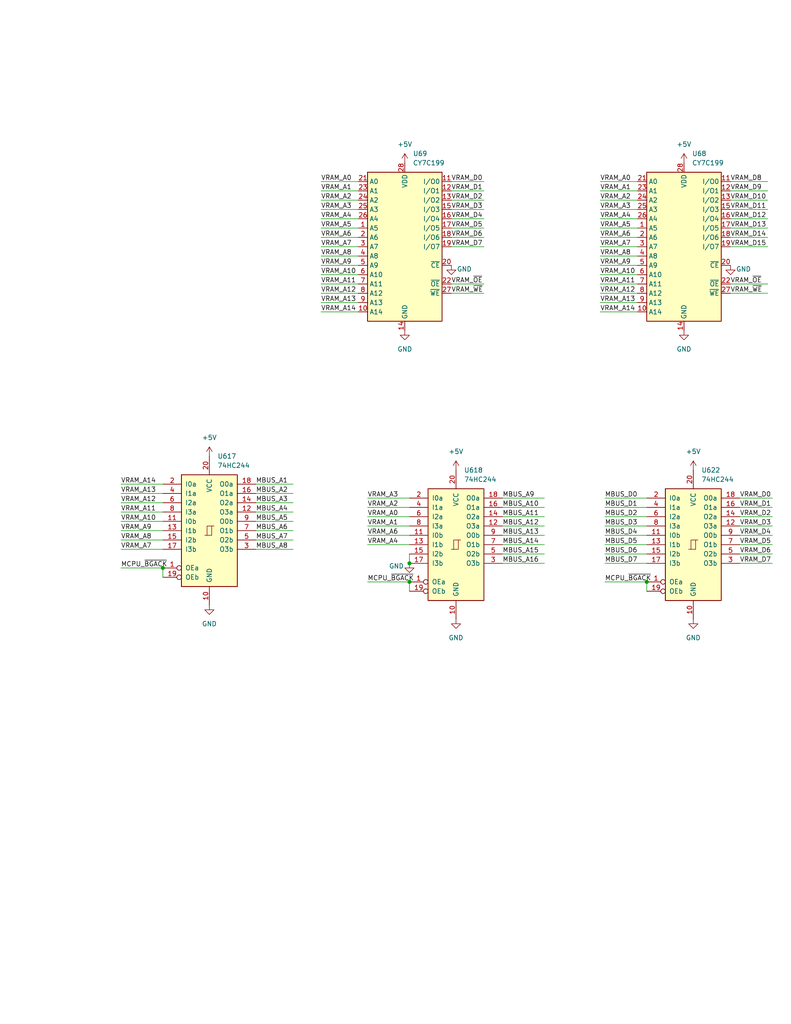
<source format=kicad_sch>
(kicad_sch (version 20231120) (generator "eeschema") (generator_version "8.0")
  (paper "A" portrait)
  (lib_symbols
    (symbol "power:+5V" (power) (pin_numbers hide) (pin_names (offset 0) hide)
      (property "Value" "+5V" (at 0 3.556 0))
      (symbol "+5V_0_1"
        (polyline (pts (xy -0.762 1.27) (xy 0 2.54)))
        (polyline (pts (xy 0 0) (xy 0 2.54)))
        (polyline (pts (xy 0 2.54) (xy 0.762 1.27)))
      )
      (symbol "+5V_1_1"
        (pin power_in line (at 0 0 90) (length 0) (name "~") (number "1"))
      )
    )
    (symbol "power:GND" (power) (pin_numbers hide) (pin_names (offset 0) hide)
      (property "Value" "GND" (at 0 -3.81 0))
      (symbol "GND_0_1"
        (polyline (pts (xy 0 0) (xy 0 -1.27) (xy 1.27 -1.27) (xy 0 -2.54) (xy -1.27 -1.27) (xy 0 -1.27)))
      )
      (symbol "GND_1_1"
        (pin power_in line (at 0 0 270) (length 0) (name "~") (number "1"))
      )
    )
    (symbol "ra9704:74HC244" (pin_names (offset 1.016))
      (property "Reference" "U" (at -7.62 16.51 0))
      (property "Value" "74HC244" (at -7.62 -16.51 0))
      (symbol "74HC244_1_0"
        (polyline (pts (xy -0.635 -1.27) (xy -0.635 1.27) (xy 0.635 1.27)))
        (polyline (pts (xy -1.27 -1.27) (xy 0.635 -1.27) (xy 0.635 1.27) (xy 1.27 1.27)))
        (pin input inverted (at -12.7 -10.16 0) (length 5.08) (name "OEa") (number "1"))
        (pin power_in line (at 0 -20.32 90) (length 5.08) (name "GND") (number "10"))
        (pin input line (at -12.7 2.54 0) (length 5.08) (name "I0b") (number "11"))
        (pin tri_state line (at 12.7 5.08 180) (length 5.08) (name "O3a") (number "12"))
        (pin input line (at -12.7 0 0) (length 5.08) (name "I1b") (number "13"))
        (pin tri_state line (at 12.7 7.62 180) (length 5.08) (name "O2a") (number "14"))
        (pin input line (at -12.7 -2.54 0) (length 5.08) (name "I2b") (number "15"))
        (pin tri_state line (at 12.7 10.16 180) (length 5.08) (name "O1a") (number "16"))
        (pin input line (at -12.7 -5.08 0) (length 5.08) (name "I3b") (number "17"))
        (pin tri_state line (at 12.7 12.7 180) (length 5.08) (name "O0a") (number "18"))
        (pin input inverted (at -12.7 -12.7 0) (length 5.08) (name "OEb") (number "19"))
        (pin input line (at -12.7 12.7 0) (length 5.08) (name "I0a") (number "2"))
        (pin power_in line (at 0 20.32 270) (length 5.08) (name "VCC") (number "20"))
        (pin tri_state line (at 12.7 -5.08 180) (length 5.08) (name "O3b") (number "3"))
        (pin input line (at -12.7 10.16 0) (length 5.08) (name "I1a") (number "4"))
        (pin tri_state line (at 12.7 -2.54 180) (length 5.08) (name "O2b") (number "5"))
        (pin input line (at -12.7 7.62 0) (length 5.08) (name "I2a") (number "6"))
        (pin tri_state line (at 12.7 0 180) (length 5.08) (name "O1b") (number "7"))
        (pin input line (at -12.7 5.08 0) (length 5.08) (name "I3a") (number "8"))
        (pin tri_state line (at 12.7 2.54 180) (length 5.08) (name "O0b") (number "9"))
      )
      (symbol "74HC244_1_1"
        (rectangle (start -7.62 15.24) (end 7.62 -15.24) (stroke (width 0.254)) (fill (type background)))
      )
    )
    (symbol "ra9704:CY7C199"
      (property "Reference" "U" (at -9.144 21.844 0))
      (property "Value" "CY7C199" (at 8.128 21.844 0))
      (symbol "CY7C199_0_0"
        (pin power_in line (at 0 -22.86 90) (length 2.54) (name "GND") (number "14"))
      )
      (symbol "CY7C199_0_1"
        (rectangle (start -10.16 20.32) (end 10.16 -20.32) (stroke (width 0.254)) (fill (type background)))
      )
      (symbol "CY7C199_1_0"
        (pin power_in line (at 0 22.86 270) (length 2.54) (name "VDD") (number "28"))
      )
      (symbol "CY7C199_1_1"
        (pin input line (at -12.7 5.08 0) (length 2.54) (name "A5") (number "1"))
        (pin input line (at -12.7 -17.78 0) (length 2.54) (name "A14") (number "10"))
        (pin tri_state line (at 12.7 17.78 180) (length 2.54) (name "I/O0") (number "11"))
        (pin tri_state line (at 12.7 15.24 180) (length 2.54) (name "I/O1") (number "12"))
        (pin tri_state line (at 12.7 12.7 180) (length 2.54) (name "I/O2") (number "13"))
        (pin tri_state line (at 12.7 10.16 180) (length 2.54) (name "I/O3") (number "15"))
        (pin tri_state line (at 12.7 7.62 180) (length 2.54) (name "I/O4") (number "16"))
        (pin tri_state line (at 12.7 5.08 180) (length 2.54) (name "I/O5") (number "17"))
        (pin tri_state line (at 12.7 2.54 180) (length 2.54) (name "I/O6") (number "18"))
        (pin tri_state line (at 12.7 0 180) (length 2.54) (name "I/O7") (number "19"))
        (pin input line (at -12.7 2.54 0) (length 2.54) (name "A6") (number "2"))
        (pin input line (at 12.7 -5.08 180) (length 2.54) (name "~{CE}") (number "20"))
        (pin input line (at -12.7 17.78 0) (length 2.54) (name "A0") (number "21"))
        (pin input line (at 12.7 -10.16 180) (length 2.54) (name "~{OE}") (number "22"))
        (pin input line (at -12.7 15.24 0) (length 2.54) (name "A1") (number "23"))
        (pin input line (at -12.7 12.7 0) (length 2.54) (name "A2") (number "24"))
        (pin input line (at -12.7 10.16 0) (length 2.54) (name "A3") (number "25"))
        (pin input line (at -12.7 7.62 0) (length 2.54) (name "A4") (number "26"))
        (pin input line (at 12.7 -12.7 180) (length 2.54) (name "~{WE}") (number "27"))
        (pin input line (at -12.7 0 0) (length 2.54) (name "A7") (number "3"))
        (pin input line (at -12.7 -2.54 0) (length 2.54) (name "A8") (number "4"))
        (pin input line (at -12.7 -5.08 0) (length 2.54) (name "A9") (number "5"))
        (pin input line (at -12.7 -7.62 0) (length 2.54) (name "A10") (number "6"))
        (pin input line (at -12.7 -10.16 0) (length 2.54) (name "A11") (number "7"))
        (pin input line (at -12.7 -12.7 0) (length 2.54) (name "A12") (number "8"))
        (pin input line (at -12.7 -15.24 0) (length 2.54) (name "A13") (number "9"))
      )
    )
  )
  (junction (at 44.45 154.94))
  (junction (at 111.76 158.75))
  (junction (at 176.53 158.75))
  (junction (at 111.76 153.67))
  (junction (at 234.95 157.48))
  (wire (pts (xy 100.33 138.43) (xy 111.76 138.43)))
  (wire (pts (xy 100.33 146.05) (xy 111.76 146.05)))
  (wire (pts (xy 163.83 57.15) (xy 173.99 57.15)))
  (wire (pts (xy 87.63 52.07) (xy 97.79 52.07)))
  (wire (pts (xy 223.52 142.24) (xy 234.95 142.24)))
  (wire (pts (xy 199.39 52.07) (xy 209.55 52.07)))
  (wire (pts (xy 137.16 140.97) (xy 148.59 140.97)))
  (wire (pts (xy 163.83 59.69) (xy 173.99 59.69)))
  (wire (pts (xy 201.93 143.51) (xy 210.82 143.51)))
  (wire (pts (xy 123.19 67.31) (xy 132.08 67.31)))
  (wire (pts (xy 163.83 67.31) (xy 173.99 67.31)))
  (wire (pts (xy 223.52 157.48) (xy 234.95 157.48)))
  (wire (pts (xy 165.1 151.13) (xy 176.53 151.13)))
  (wire (pts (xy 33.02 144.78) (xy 44.45 144.78)))
  (wire (pts (xy 69.85 139.7) (xy 80.01 139.7)))
  (wire (pts (xy 87.63 69.85) (xy 97.79 69.85)))
  (wire (pts (xy 201.93 138.43) (xy 210.82 138.43)))
  (wire (pts (xy 33.02 147.32) (xy 44.45 147.32)))
  (wire (pts (xy 137.16 135.89) (xy 148.59 135.89)))
  (wire (pts (xy 260.35 134.62) (xy 270.51 134.62)))
  (wire (pts (xy 165.1 146.05) (xy 176.53 146.05)))
  (wire (pts (xy 33.02 137.16) (xy 44.45 137.16)))
  (wire (pts (xy 163.83 49.53) (xy 173.99 49.53)))
  (wire (pts (xy 199.39 49.53) (xy 209.55 49.53)))
  (wire (pts (xy 33.02 139.7) (xy 44.45 139.7)))
  (wire (pts (xy 163.83 52.07) (xy 173.99 52.07)))
  (wire (pts (xy 199.39 57.15) (xy 209.55 57.15)))
  (wire (pts (xy 165.1 138.43) (xy 176.53 138.43)))
  (wire (pts (xy 100.33 135.89) (xy 111.76 135.89)))
  (wire (pts (xy 201.93 135.89) (xy 210.82 135.89)))
  (wire (pts (xy 123.19 77.47) (xy 132.08 77.47)))
  (wire (pts (xy 87.63 62.23) (xy 97.79 62.23)))
  (wire (pts (xy 260.35 147.32) (xy 270.51 147.32)))
  (wire (pts (xy 69.85 142.24) (xy 80.01 142.24)))
  (wire (pts (xy 87.63 85.09) (xy 97.79 85.09)))
  (wire (pts (xy 33.02 142.24) (xy 44.45 142.24)))
  (wire (pts (xy 87.63 64.77) (xy 97.79 64.77)))
  (wire (pts (xy 165.1 153.67) (xy 176.53 153.67)))
  (wire (pts (xy 87.63 74.93) (xy 97.79 74.93)))
  (wire (pts (xy 260.35 142.24) (xy 270.51 142.24)))
  (wire (pts (xy 165.1 140.97) (xy 176.53 140.97)))
  (wire (pts (xy 201.93 148.59) (xy 210.82 148.59)))
  (wire (pts (xy 163.83 62.23) (xy 173.99 62.23)))
  (wire (pts (xy 87.63 57.15) (xy 97.79 57.15)))
  (wire (pts (xy 137.16 146.05) (xy 148.59 146.05)))
  (wire (pts (xy 33.02 154.94) (xy 44.45 154.94)))
  (wire (pts (xy 33.02 134.62) (xy 44.45 134.62)))
  (wire (pts (xy 199.39 80.01) (xy 209.55 80.01)))
  (wire (pts (xy 163.83 74.93) (xy 173.99 74.93)))
  (wire (pts (xy 163.83 85.09) (xy 173.99 85.09)))
  (wire (pts (xy 165.1 148.59) (xy 176.53 148.59)))
  (wire (pts (xy 87.63 54.61) (xy 97.79 54.61)))
  (wire (pts (xy 223.52 152.4) (xy 234.95 152.4)))
  (wire (pts (xy 100.33 140.97) (xy 111.76 140.97)))
  (wire (pts (xy 87.63 80.01) (xy 97.79 80.01)))
  (wire (pts (xy 137.16 143.51) (xy 148.59 143.51)))
  (wire (pts (xy 87.63 82.55) (xy 97.79 82.55)))
  (wire (pts (xy 33.02 149.86) (xy 44.45 149.86)))
  (wire (pts (xy 123.19 64.77) (xy 132.08 64.77)))
  (wire (pts (xy 123.19 57.15) (xy 132.08 57.15)))
  (wire (pts (xy 100.33 143.51) (xy 111.76 143.51)))
  (wire (pts (xy 123.19 52.07) (xy 132.08 52.07)))
  (wire (pts (xy 137.16 153.67) (xy 148.59 153.67)))
  (wire (pts (xy 223.52 147.32) (xy 234.95 147.32)))
  (wire (pts (xy 123.19 80.01) (xy 132.08 80.01)))
  (wire (pts (xy 201.93 151.13) (xy 210.82 151.13)))
  (wire (pts (xy 87.63 67.31) (xy 97.79 67.31)))
  (wire (pts (xy 234.95 160.02) (xy 234.95 157.48)))
  (wire (pts (xy 163.83 82.55) (xy 173.99 82.55)))
  (wire (pts (xy 201.93 153.67) (xy 210.82 153.67)))
  (wire (pts (xy 69.85 149.86) (xy 80.01 149.86)))
  (wire (pts (xy 69.85 134.62) (xy 80.01 134.62)))
  (wire (pts (xy 199.39 54.61) (xy 209.55 54.61)))
  (wire (pts (xy 163.83 80.01) (xy 173.99 80.01)))
  (wire (pts (xy 260.35 137.16) (xy 270.51 137.16)))
  (wire (pts (xy 165.1 135.89) (xy 176.53 135.89)))
  (wire (pts (xy 260.35 144.78) (xy 270.51 144.78)))
  (wire (pts (xy 163.83 64.77) (xy 173.99 64.77)))
  (wire (pts (xy 87.63 49.53) (xy 97.79 49.53)))
  (wire (pts (xy 69.85 137.16) (xy 80.01 137.16)))
  (wire (pts (xy 201.93 140.97) (xy 210.82 140.97)))
  (wire (pts (xy 260.35 149.86) (xy 270.51 149.86)))
  (wire (pts (xy 69.85 147.32) (xy 80.01 147.32)))
  (wire (pts (xy 199.39 77.47) (xy 209.55 77.47)))
  (wire (pts (xy 137.16 148.59) (xy 148.59 148.59)))
  (wire (pts (xy 137.16 138.43) (xy 148.59 138.43)))
  (wire (pts (xy 33.02 132.08) (xy 44.45 132.08)))
  (wire (pts (xy 223.52 137.16) (xy 234.95 137.16)))
  (wire (pts (xy 201.93 146.05) (xy 210.82 146.05)))
  (wire (pts (xy 100.33 148.59) (xy 111.76 148.59)))
  (wire (pts (xy 123.19 59.69) (xy 132.08 59.69)))
  (wire (pts (xy 111.76 158.75) (xy 111.76 161.29)))
  (wire (pts (xy 199.39 59.69) (xy 209.55 59.69)))
  (wire (pts (xy 87.63 77.47) (xy 97.79 77.47)))
  (wire (pts (xy 137.16 151.13) (xy 148.59 151.13)))
  (wire (pts (xy 123.19 49.53) (xy 132.08 49.53)))
  (wire (pts (xy 87.63 59.69) (xy 97.79 59.69)))
  (wire (pts (xy 199.39 64.77) (xy 209.55 64.77)))
  (wire (pts (xy 165.1 143.51) (xy 176.53 143.51)))
  (wire (pts (xy 123.19 54.61) (xy 132.08 54.61)))
  (wire (pts (xy 260.35 139.7) (xy 270.51 139.7)))
  (wire (pts (xy 163.83 72.39) (xy 173.99 72.39)))
  (wire (pts (xy 163.83 54.61) (xy 173.99 54.61)))
  (wire (pts (xy 223.52 134.62) (xy 234.95 134.62)))
  (wire (pts (xy 163.83 69.85) (xy 173.99 69.85)))
  (wire (pts (xy 199.39 62.23) (xy 209.55 62.23)))
  (wire (pts (xy 69.85 132.08) (xy 80.01 132.08)))
  (wire (pts (xy 165.1 158.75) (xy 176.53 158.75)))
  (wire (pts (xy 199.39 67.31) (xy 209.55 67.31)))
  (wire (pts (xy 123.19 62.23) (xy 132.08 62.23)))
  (wire (pts (xy 223.52 149.86) (xy 234.95 149.86)))
  (wire (pts (xy 69.85 144.78) (xy 80.01 144.78)))
  (wire (pts (xy 176.53 158.75) (xy 176.53 161.29)))
  (wire (pts (xy 44.45 154.94) (xy 44.45 157.48)))
  (wire (pts (xy 260.35 152.4) (xy 270.51 152.4)))
  (wire (pts (xy 163.83 77.47) (xy 173.99 77.47)))
  (wire (pts (xy 111.76 151.13) (xy 111.76 153.67)))
  (wire (pts (xy 100.33 158.75) (xy 111.76 158.75)))
  (wire (pts (xy 223.52 139.7) (xy 234.95 139.7)))
  (wire (pts (xy 223.52 144.78) (xy 234.95 144.78)))
  (wire (pts (xy 87.63 72.39) (xy 97.79 72.39)))
  (label "VRAM_A11" (at 87.63 77.47 0))
  (label "VRAM_D4" (at 201.93 146.05 0))
  (label "VRAM_D0" (at 123.19 49.53 0))
  (label "VRAM_A10" (at 163.83 74.93 0))
  (label "VRAM_A12" (at 163.83 80.01 0))
  (label "VRAM_A2" (at 87.63 54.61 0))
  (label "VRAM_D5" (at 123.19 62.23 0))
  (label "VRAM_D5" (at 201.93 148.59 0))
  (label "VRAM_A9" (at 33.02 144.78 0))
  (label "MBUS_D10" (at 223.52 139.7 0))
  (label "MBUS_A14" (at 137.16 148.59 0))
  (label "MBUS_A15" (at 137.16 151.13 0))
  (label "VRAM_A13" (at 33.02 134.62 0))
  (label "VRAM_A6" (at 87.63 64.77 0))
  (label "MBUS_D11" (at 223.52 142.24 0))
  (label "MCPU_~{BGACK}" (at 165.1 158.75 0))
  (label "VRAM_A1" (at 87.63 52.07 0))
  (label "VRAM_A5" (at 163.83 62.23 0))
  (label "VRAM_D1" (at 201.93 138.43 0))
  (label "VRAM_D8" (at 199.39 49.53 0))
  (label "VRAM_A14" (at 33.02 132.08 0))
  (label "MCPU_~{BGACK}" (at 100.33 158.75 0))
  (label "VRAM_A10" (at 87.63 74.93 0))
  (label "VRAM_D10" (at 199.39 54.61 0))
  (label "VRAM_D14" (at 199.39 64.77 0))
  (label "MBUS_D1" (at 165.1 138.43 0))
  (label "VRAM_A4" (at 100.33 148.59 0))
  (label "VRAM_D2" (at 201.93 140.97 0))
  (label "MBUS_D9" (at 223.52 137.16 0))
  (label "VRAM_D11" (at 260.35 142.24 0))
  (label "VRAM_D6" (at 123.19 64.77 0))
  (label "MBUS_D14" (at 223.52 149.86 0))
  (label "MBUS_A12" (at 137.16 143.51 0))
  (label "VRAM_A14" (at 163.83 85.09 0))
  (label "VRAM_A14" (at 87.63 85.09 0))
  (label "VRAM_D13" (at 260.35 147.32 0))
  (label "VRAM_A7" (at 33.02 149.86 0))
  (label "VRAM_A12" (at 33.02 137.16 0))
  (label "MBUS_D4" (at 165.1 146.05 0))
  (label "MBUS_D3" (at 165.1 143.51 0))
  (label "VRAM_A3" (at 87.63 57.15 0))
  (label "VRAM_A0" (at 100.33 140.97 0))
  (label "VRAM_A1" (at 100.33 143.51 0))
  (label "MBUS_A10" (at 137.16 138.43 0))
  (label "VRAM_D1" (at 123.19 52.07 0))
  (label "MBUS_A13" (at 137.16 146.05 0))
  (label "VRAM_A9" (at 163.83 72.39 0))
  (label "VRAM_~{OE}" (at 123.19 77.47 0))
  (label "VRAM_D6" (at 201.93 151.13 0))
  (label "VRAM_A13" (at 87.63 82.55 0))
  (label "VRAM_A4" (at 163.83 59.69 0))
  (label "VRAM_D15" (at 199.39 67.31 0))
  (label "MBUS_D15" (at 223.52 152.4 0))
  (label "VRAM_D4" (at 123.19 59.69 0))
  (label "VRAM_A2" (at 163.83 54.61 0))
  (label "MBUS_A11" (at 137.16 140.97 0))
  (label "VRAM_A7" (at 163.83 67.31 0))
  (label "VRAM_A8" (at 163.83 69.85 0))
  (label "MBUS_D5" (at 165.1 148.59 0))
  (label "VRAM_A5" (at 87.63 62.23 0))
  (label "VRAM_D12" (at 199.39 59.69 0))
  (label "VRAM_A9" (at 87.63 72.39 0))
  (label "VRAM_D7" (at 123.19 67.31 0))
  (label "MBUS_A8" (at 69.85 149.86 0))
  (label "VRAM_A3" (at 100.33 135.89 0))
  (label "MBUS_D12" (at 223.52 144.78 0))
  (label "MBUS_D0" (at 165.1 135.89 0))
  (label "MBUS_A9" (at 137.16 135.89 0))
  (label "VRAM_D9" (at 260.35 137.16 0))
  (label "VRAM_~{WE}" (at 123.19 80.01 0))
  (label "VRAM_D15" (at 260.35 152.4 0))
  (label "VRAM_D12" (at 260.35 144.78 0))
  (label "VRAM_A6" (at 163.83 64.77 0))
  (label "MBUS_A5" (at 69.85 142.24 0))
  (label "VRAM_D7" (at 201.93 153.67 0))
  (label "MBUS_D13" (at 223.52 147.32 0))
  (label "VRAM_D10" (at 260.35 139.7 0))
  (label "VRAM_A0" (at 163.83 49.53 0))
  (label "MBUS_A1" (at 69.85 132.08 0))
  (label "MCPU_~{BGACK}" (at 33.02 154.94 0))
  (label "MBUS_D8" (at 223.52 134.62 0))
  (label "VRAM_D9" (at 199.39 52.07 0))
  (label "MBUS_A4" (at 69.85 139.7 0))
  (label "MBUS_D6" (at 165.1 151.13 0))
  (label "VRAM_A13" (at 163.83 82.55 0))
  (label "VRAM_A7" (at 87.63 67.31 0))
  (label "MBUS_D7" (at 165.1 153.67 0))
  (label "VRAM_A0" (at 87.63 49.53 0))
  (label "VRAM_D3" (at 123.19 57.15 0))
  (label "VRAM_D3" (at 201.93 143.51 0))
  (label "VRAM_D8" (at 260.35 134.62 0))
  (label "VRAM_D11" (at 199.39 57.15 0))
  (label "MBUS_A7" (at 69.85 147.32 0))
  (label "VRAM_A8" (at 87.63 69.85 0))
  (label "VRAM_A11" (at 33.02 139.7 0))
  (label "VRAM_A3" (at 163.83 57.15 0))
  (label "VRAM_~{OE}" (at 199.39 77.47 0))
  (label "MBUS_A6" (at 69.85 144.78 0))
  (label "VRAM_A4" (at 87.63 59.69 0))
  (label "VRAM_D0" (at 201.93 135.89 0))
  (label "VRAM_D14" (at 260.35 149.86 0))
  (label "MBUS_A16" (at 137.16 153.67 0))
  (label "VRAM_~{WE}" (at 199.39 80.01 0))
  (label "MBUS_A2" (at 69.85 134.62 0))
  (label "MBUS_D2" (at 165.1 140.97 0))
  (label "VRAM_A1" (at 163.83 52.07 0))
  (label "VRAM_A10" (at 33.02 142.24 0))
  (label "VRAM_A11" (at 163.83 77.47 0))
  (label "VRAM_A12" (at 87.63 80.01 0))
  (label "MCPU_~{BGACK}" (at 223.52 157.48 0))
  (label "VRAM_D2" (at 123.19 54.61 0))
  (label "VRAM_A2" (at 100.33 138.43 0))
  (label "VRAM_A8" (at 33.02 147.32 0))
  (label "MBUS_A3" (at 69.85 137.16 0))
  (label "VRAM_A6" (at 100.33 146.05 0))
  (label "VRAM_D13" (at 199.39 62.23 0))
  (symbol (lib_id "ra9704:CY7C199") (at 186.69 67.31 0) (unit 1)
    (property "Reference" "U68" (at 188.8841 41.91 0) (effects (justify left)))
    (property "Value" "CY7C199" (at 188.8841 44.45 0) (effects (justify left)))
    (property "Footprint" "ra9704:DIP-28_W7.62mm" (effects (hide yes)))
    (property "Datasheet" "https://static.brandonarnold.com/projects/batrider/CY7C199.PDF" (effects (hide yes)))
    (property "Description" "32K x 8 Static RAM" (effects (hide yes)))
  )
  (symbol (lib_id "ra9704:74HC244") (at 57.15 144.78 0) (unit 1)
    (property "Reference" "U617" (at 59.3441 124.46 0) (effects (justify left)))
    (property "Value" "74HC244" (at 59.3441 127 0) (effects (justify left)))
    (property "Footprint" "ra9704:DIP-20_W7.62mm" (effects (hide yes)))
    (property "Datasheet" "https://static.brandonarnold.com/projects/batrider/MC54HC244AJ.pdf" (effects (hide yes)))
    (property "Description" "Octal 3-State Noninverting Buffer/Line Driver/Line Receiver" (effects (hide yes)))
  )
  (symbol (lib_id "power:GND") (at 123.19 72.39 0) (unit 1)
    (property "Reference" "#PWR051" (effects (hide yes)))
    (property "Value" "GND" (at 126.746 73.406 0))
    (property "Description" "Power symbol creates a global label with name \"GND\" , ground" (effects (hide yes)))
  )
  (symbol (lib_id "power:+5V") (at 189.23 128.27 0) (unit 1)
    (property "Reference" "#PWR099" (effects (hide yes)))
    (property "Value" "+5V" (at 189.23 123.19 0))
    (property "Description" "Power symbol creates a global label with name \"+5V\"" (effects (hide yes)))
  )
  (symbol (lib_id "power:+5V") (at 186.69 44.45 0) (unit 1)
    (property "Reference" "#PWR097" (effects (hide yes)))
    (property "Value" "+5V" (at 186.69 39.37 0))
    (property "Description" "Power symbol creates a global label with name \"+5V\"" (effects (hide yes)))
  )
  (symbol (lib_id "power:GND") (at 111.76 153.67 0) (unit 1)
    (property "Reference" "#PWR047" (effects (hide yes)))
    (property "Value" "GND" (at 108.204 154.432 0))
    (property "Description" "Power symbol creates a global label with name \"GND\" , ground" (effects (hide yes)))
  )
  (symbol (lib_id "ra9704:74HC244") (at 124.46 148.59 0) (unit 1)
    (property "Reference" "U618" (at 126.6541 128.27 0) (effects (justify left)))
    (property "Value" "74HC244" (at 126.6541 130.81 0) (effects (justify left)))
    (property "Footprint" "ra9704:DIP-20_W7.62mm" (effects (hide yes)))
    (property "Datasheet" "https://static.brandonarnold.com/projects/batrider/MC54HC244AJ.pdf" (effects (hide yes)))
    (property "Description" "Octal 3-State Noninverting Buffer/Line Driver/Line Receiver" (effects (hide yes)))
  )
  (symbol (lib_id "power:+5V") (at 57.15 124.46 0) (unit 1)
    (property "Reference" "#PWR032" (effects (hide yes)))
    (property "Value" "+5V" (at 57.15 119.38 0))
    (property "Description" "Power symbol creates a global label with name \"+5V\"" (effects (hide yes)))
  )
  (symbol (lib_id "power:GND") (at 189.23 168.91 0) (unit 1)
    (property "Reference" "#PWR0137" (effects (hide yes)))
    (property "Value" "GND" (at 189.23 173.99 0))
    (property "Description" "Power symbol creates a global label with name \"GND\" , ground" (effects (hide yes)))
  )
  (symbol (lib_id "ra9704:74HC244") (at 189.23 148.59 0) (unit 1)
    (property "Reference" "U622" (at 191.4241 128.27 0) (effects (justify left)))
    (property "Value" "74HC244" (at 191.4241 130.81 0) (effects (justify left)))
    (property "Footprint" "ra9704:DIP-20_W7.62mm" (effects (hide yes)))
    (property "Datasheet" "https://static.brandonarnold.com/projects/batrider/MC54HC244AJ.pdf" (effects (hide yes)))
    (property "Description" "Octal 3-State Noninverting Buffer/Line Driver/Line Receiver" (effects (hide yes)))
  )
  (symbol (lib_id "ra9704:CY7C199") (at 110.49 67.31 0) (unit 1)
    (property "Reference" "U69" (at 112.6841 41.91 0) (effects (justify left)))
    (property "Value" "CY7C199" (at 112.6841 44.45 0) (effects (justify left)))
    (property "Footprint" "ra9704:DIP-28_W7.62mm" (effects (hide yes)))
    (property "Datasheet" "https://static.brandonarnold.com/projects/batrider/CY7C199.PDF" (effects (hide yes)))
    (property "Description" "32K x 8 Static RAM" (effects (hide yes)))
  )
  (symbol (lib_id "power:GND") (at 199.39 72.39 0) (unit 1)
    (property "Reference" "#PWR0177" (effects (hide yes)))
    (property "Value" "GND" (at 202.946 73.406 0))
    (property "Description" "Power symbol creates a global label with name \"GND\" , ground" (effects (hide yes)))
  )
  (symbol (lib_id "power:+5V") (at 124.46 128.27 0) (unit 1)
    (property "Reference" "#PWR052" (effects (hide yes)))
    (property "Value" "+5V" (at 124.46 123.19 0))
    (property "Description" "Power symbol creates a global label with name \"+5V\"" (effects (hide yes)))
  )
  (symbol (lib_id "ra9704:74HC244") (at 247.65 147.32 0) (unit 1)
    (property "Reference" "U619" (at 249.8441 127 0) (effects (justify left)))
    (property "Value" "74HC244" (at 249.8441 129.54 0) (effects (justify left)))
    (property "Footprint" "ra9704:DIP-20_W7.62mm" (effects (hide yes)))
    (property "Datasheet" "https://static.brandonarnold.com/projects/batrider/MC54HC244AJ.pdf" (effects (hide yes)))
    (property "Description" "Octal 3-State Noninverting Buffer/Line Driver/Line Receiver" (effects (hide yes)))
  )
  (symbol (lib_id "power:GND") (at 124.46 168.91 0) (unit 1)
    (property "Reference" "#PWR053" (effects (hide yes)))
    (property "Value" "GND" (at 124.46 173.99 0))
    (property "Description" "Power symbol creates a global label with name \"GND\" , ground" (effects (hide yes)))
  )
  (symbol (lib_id "power:+5V") (at 247.65 127 0) (unit 1)
    (property "Reference" "#PWR0181" (effects (hide yes)))
    (property "Value" "+5V" (at 247.65 121.92 0))
    (property "Description" "Power symbol creates a global label with name \"+5V\"" (effects (hide yes)))
  )
  (symbol (lib_id "power:GND") (at 186.69 90.17 0) (unit 1)
    (property "Reference" "#PWR098" (effects (hide yes)))
    (property "Value" "GND" (at 186.69 95.25 0))
    (property "Description" "Power symbol creates a global label with name \"GND\" , ground" (effects (hide yes)))
  )
  (symbol (lib_id "power:GND") (at 110.49 90.17 0) (unit 1)
    (property "Reference" "#PWR046" (effects (hide yes)))
    (property "Value" "GND" (at 110.49 95.25 0))
    (property "Description" "Power symbol creates a global label with name \"GND\" , ground" (effects (hide yes)))
  )
  (symbol (lib_id "power:GND") (at 247.65 167.64 0) (unit 1)
    (property "Reference" "#PWR0182" (effects (hide yes)))
    (property "Value" "GND" (at 247.65 172.72 0))
    (property "Description" "Power symbol creates a global label with name \"GND\" , ground" (effects (hide yes)))
  )
  (symbol (lib_id "power:+5V") (at 110.49 44.45 0) (unit 1)
    (property "Reference" "#PWR034" (effects (hide yes)))
    (property "Value" "+5V" (at 110.49 39.37 0))
    (property "Description" "Power symbol creates a global label with name \"+5V\"" (effects (hide yes)))
  )
  (symbol (lib_id "power:GND") (at 57.15 165.1 0) (unit 1)
    (property "Reference" "#PWR033" (effects (hide yes)))
    (property "Value" "GND" (at 57.15 170.18 0))
    (property "Description" "Power symbol creates a global label with name \"GND\" , ground" (effects (hide yes)))
  )
)
</source>
